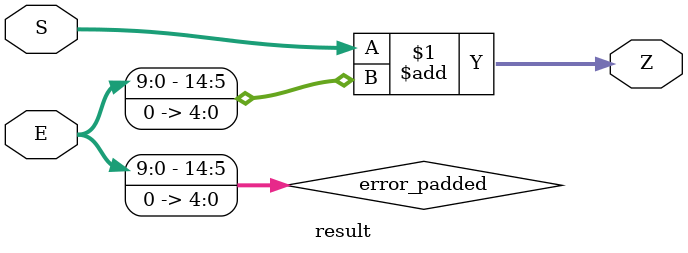
<source format=v>
`timescale 1ns / 1ps

module result (
    input [14:0] S,
    input [9:0]  E,
    output [15:0] Z
);

    // E¸¦ »óÀ§ ºñÆ®¿¡ À§Ä¡½ÃÅ°°í ÇÏÀ§ 7ºñÆ®´Â 0À¸·Î Ã¤¿î´Ù.
    wire [14:0] error_padded = {E, 5'b0};

    // µ¡¼ÀÀ» ¼öÇàÇÑ´Ù.
    assign Z = S + error_padded;

endmodule
</source>
